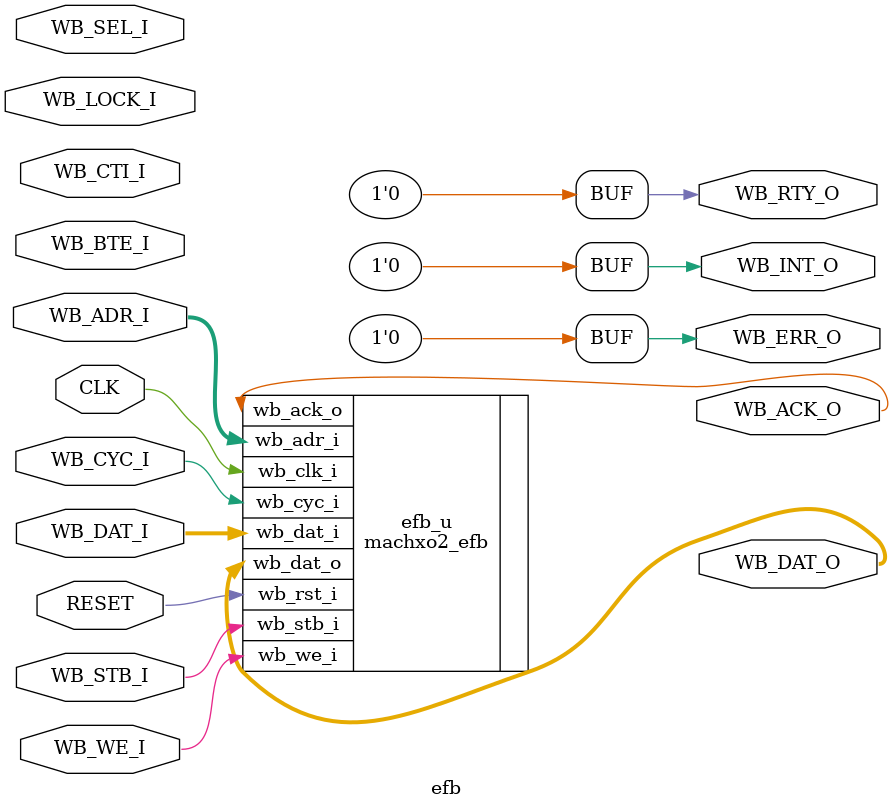
<source format=v>
`include "system_conf.v"

module efb
  #(parameter MACHXO2_EFB_SPI_SLAVE_COUNT = 1
    )
   (
    input CLK,
    input RESET,
   
    // I2C 1
`ifdef MACHXO2_EFB_I2C1
    inout i2c1_scl,
    inout i2c1_sda,
`endif
   
    // I2C 2
`ifdef MACHXO2_EFB_I2C2
    inout i2c2_scl,
    inout i2c2_sda,
`endif
   
    // SPI
`ifdef MACHXO2_EFB_SPI
 `ifdef MACHXO2_EFB_SPI_GENERIC
    input spi_scsn,
 `endif
 `ifdef MACHXO2_EFB_SPI_SLAVE
    input spi_scsn,
 `endif
 `ifdef MACHXO2_EFB_SPI_GENERIC
    output [MACHXO2_EFB_SPI_SLAVE_COUNT-1:0] spi_csn,
 `endif
 `ifdef MACHXO2_EFB_SPI_MASTER
    output [MACHXO2_EFB_SPI_SLAVE_COUNT-1:0] spi_csn,
 `endif
    inout spi_clk,
    inout spi_miso,
    inout spi_mosi,
`endif
   
    // Timer
`ifdef MACHXO2_EFB_TIMER
 `ifdef MACHXO2_EFB_TIMER_DYNAMIC
    input tc_ic,
 `endif
    output tc_oc,
`endif
   
    // PLL 
`ifdef MACHXO2_EFB_PLL0
    input [8:0] pll0_bus_i,
    output [16:0] pll0_bus_o,
 `ifdef MACHXO2_EFB_PLL1
    input [8:0] pll1_bus_i,
    output [16:0] pll1_bus_o,
 `endif
`endif

`ifdef MACHXO2_EFB_SPI_WAKEUP_EN
    output cfg_wake,
    output cfg_stdby,
`else
 `ifdef MACHXO2_EFB_I2C2_WAKEUP_EN
    output cfg_wake,
    output cfg_stdby,
 `else
  `ifdef MACHXO2_EFB_I2C1_WAKEUP_EN
    output cfg_wake,
    output cfg_stdby,
  `endif
 `endif
`endif
   
    // WISHBONE
    input WB_CYC_I,
    input WB_STB_I,
    input WB_WE_I,
    input [7:0] WB_ADR_I,
    input [7:0] WB_DAT_I,
    input WB_SEL_I,
    input [2:0] WB_CTI_I,
    input [1:0] WB_BTE_I,
    input WB_LOCK_I,
    output WB_ACK_O,
    output WB_ERR_O,
    output WB_RTY_O,
    output [7:0] WB_DAT_O,
    output WB_INT_O
    );
   
   wire i2c1_irqo, i2c2_irqo, spi_irq, tc_int, wbc_ufm_irq;
   
   assign WB_ERR_O = 1'b0;
   assign WB_RTY_O = 1'b0;

   // Interrupt generation
   assign WB_INT_O = (0
`ifdef MACHXO2_EFB_I2C1
		      | i2c1_irqo
`endif
`ifdef MACHXO2_EFB_I2C2
		      | i2c2_irqo
`endif
`ifdef MACHXO2_EFB_SPI_IRQ_EN
		      | spi_irq
`endif
`ifdef MACHXO2_EFB_TIMER
		      | tc_int
`endif
`ifdef MACHXO2_EFB_UFM
		      | wbc_ufm_irq
`endif
		      );

   machxo2_efb efb_u
     (
`ifdef MACHXO2_EFB_I2C1
      .i2c1_scl   (i2c1_scl),
      .i2c1_sda   (i2c1_sda),
      .i2c1_irqo  (i2c1_irqo),
`endif
`ifdef MACHXO2_EFB_I2C2
      .i2c2_scl   (i2c2_scl),
      .i2c2_sda   (i2c2_sda),
      .i2c2_irqo  (i2c2_irqo),
`endif
`ifdef MACHXO2_EFB_SPI
      .spi_clk    (spi_clk),
      .spi_miso   (spi_miso),
      .spi_mosi   (spi_mosi),
 `ifdef MACHXO2_EFB_SPI_SLAVE
      .spi_scsn   (spi_scsn),
 `else
  `ifdef MACHXO2_EFB_SPI_GENERIC
      .spi_scsn   (spi_scsn),
  `endif
 `endif
 `ifdef MACHXO2_EFB_SPI_MASTER
      .spi_csn    (spi_csn),
 `else
  `ifdef MACHXO2_EFB_SPI_GENERIC
      .spi_csn    (spi_csn),
  `endif
 `endif
 `ifdef MACHXO2_EFB_SPI_IRQ_EN
      .spi_irq    (spi_irq),
 `endif
`endif //  `ifdef spi
`ifdef MACHXO2_EFB_TIMER
      .tc_clki    (CLK),
      .tc_rstn    (~RESET),
      .tc_int     (tc_int),
 `ifdef MACHXO2_EFB_TIMER_DYNAMIC
      .tc_ic      (tc_ic),
 `endif
      .tc_oc      (tc_oc),
`endif
`ifdef MACHXO2_EFB_PLL0
      .pll0_bus_i (pll0_bus_i),
      .pll0_bus_o (pll0_bus_o),
 `ifdef MACHXO2_EFB_PLL1
      .pll1_bus_i (pll1_bus_i),
      .pll1_bus_o (pll1_bus_o),
 `endif
`endif
`ifdef MACHXO2_EFB_UFM
      .wbc_ufm_irq(wbc_ufm_irq),
`endif
      .wb_clk_i   (CLK),
      .wb_rst_i   (RESET),
      .wb_cyc_i   (WB_CYC_I),
      .wb_stb_i   (WB_STB_I),
      .wb_adr_i   (WB_ADR_I),
      .wb_dat_i   (WB_DAT_I),
      .wb_we_i    (WB_WE_I),
      .wb_dat_o   (WB_DAT_O),
      .wb_ack_o   (WB_ACK_O)
      );
   
endmodule

</source>
